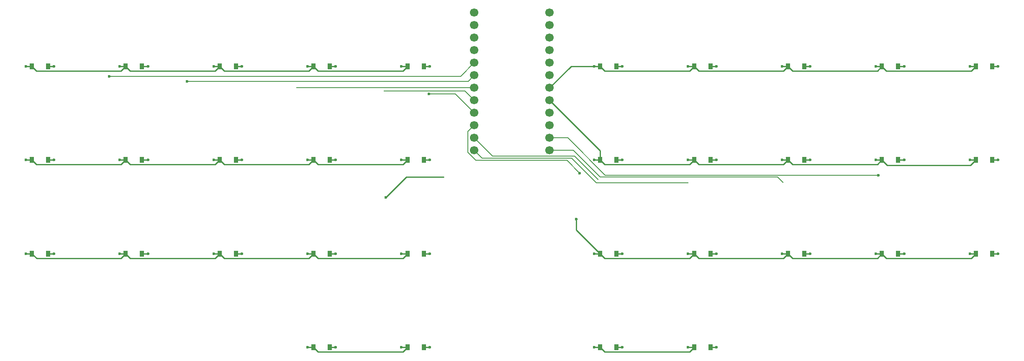
<source format=gbr>
%TF.GenerationSoftware,KiCad,Pcbnew,9.0.1*%
%TF.CreationDate,2025-05-04T05:17:46+08:00*%
%TF.ProjectId,board,626f6172-642e-46b6-9963-61645f706362,v1.0.0*%
%TF.SameCoordinates,Original*%
%TF.FileFunction,Copper,L1,Top*%
%TF.FilePolarity,Positive*%
%FSLAX46Y46*%
G04 Gerber Fmt 4.6, Leading zero omitted, Abs format (unit mm)*
G04 Created by KiCad (PCBNEW 9.0.1) date 2025-05-04 05:17:46*
%MOMM*%
%LPD*%
G01*
G04 APERTURE LIST*
%TA.AperFunction,ComponentPad*%
%ADD10C,1.700000*%
%TD*%
%TA.AperFunction,SMDPad,CuDef*%
%ADD11R,0.900000X1.200000*%
%TD*%
%TA.AperFunction,ViaPad*%
%ADD12C,0.300000*%
%TD*%
%TA.AperFunction,ViaPad*%
%ADD13C,0.600000*%
%TD*%
%TA.AperFunction,Conductor*%
%ADD14C,0.250000*%
%TD*%
%TA.AperFunction,Conductor*%
%ADD15C,0.200000*%
%TD*%
G04 APERTURE END LIST*
D10*
%TO.P,MCU1,24*%
%TO.N,P1*%
X187880000Y-112460000D03*
%TO.P,MCU1,23*%
%TO.N,P0*%
X187880000Y-115000000D03*
%TO.P,MCU1,22*%
%TO.N,GND*%
X187880000Y-117540000D03*
%TO.P,MCU1,21*%
X187880000Y-120080000D03*
%TO.P,MCU1,20*%
%TO.N,P2*%
X187880000Y-122620000D03*
%TO.P,MCU1,19*%
%TO.N,P3*%
X187880000Y-125160000D03*
%TO.P,MCU1,18*%
%TO.N,P4*%
X187880000Y-127700000D03*
%TO.P,MCU1,17*%
%TO.N,P5*%
X187880000Y-130240000D03*
%TO.P,MCU1,16*%
%TO.N,P6*%
X187880000Y-132780000D03*
%TO.P,MCU1,15*%
%TO.N,P7*%
X187880000Y-135320000D03*
%TO.P,MCU1,14*%
%TO.N,P8*%
X187880000Y-137860000D03*
%TO.P,MCU1,13*%
%TO.N,P9*%
X187880000Y-140400000D03*
%TO.P,MCU1,12*%
%TO.N,P10*%
X203120000Y-140400000D03*
%TO.P,MCU1,11*%
%TO.N,P16*%
X203120000Y-137860000D03*
%TO.P,MCU1,10*%
%TO.N,P14*%
X203120000Y-135320000D03*
%TO.P,MCU1,9*%
%TO.N,P15*%
X203120000Y-132780000D03*
%TO.P,MCU1,8*%
%TO.N,P18*%
X203120000Y-130240000D03*
%TO.P,MCU1,7*%
%TO.N,P19*%
X203120000Y-127700000D03*
%TO.P,MCU1,6*%
%TO.N,P20*%
X203120000Y-125160000D03*
%TO.P,MCU1,5*%
%TO.N,P21*%
X203120000Y-122620000D03*
%TO.P,MCU1,4*%
%TO.N,VCC*%
X203120000Y-120080000D03*
%TO.P,MCU1,3*%
%TO.N,RST*%
X203120000Y-117540000D03*
%TO.P,MCU1,2*%
%TO.N,GND*%
X203120000Y-115000000D03*
%TO.P,MCU1,1*%
%TO.N,RAW*%
X203120000Y-112460000D03*
%TD*%
D11*
%TO.P,D23,1*%
%TO.N,P15*%
X232350000Y-161320000D03*
%TO.P,D23,2*%
%TO.N,rightindex_bottom*%
X235650000Y-161320000D03*
%TD*%
%TO.P,D13,1*%
%TO.N,P19*%
X155350000Y-123320000D03*
%TO.P,D13,2*%
%TO.N,leftindex_top*%
X158650000Y-123320000D03*
%TD*%
%TO.P,D10,1*%
%TO.N,P14*%
X155350000Y-180320000D03*
%TO.P,D10,2*%
%TO.N,leftindex_thumb*%
X158650000Y-180320000D03*
%TD*%
%TO.P,D31,1*%
%TO.N,P19*%
X270350000Y-123320000D03*
%TO.P,D31,2*%
%TO.N,rightring_top*%
X273650000Y-123320000D03*
%TD*%
%TO.P,D33,1*%
%TO.N,P18*%
X289350000Y-142320000D03*
%TO.P,D33,2*%
%TO.N,rightpinky_home*%
X292650000Y-142320000D03*
%TD*%
%TO.P,D29,1*%
%TO.N,P15*%
X270350000Y-161320000D03*
%TO.P,D29,2*%
%TO.N,rightring_bottom*%
X273650000Y-161320000D03*
%TD*%
%TO.P,D9,1*%
%TO.N,P19*%
X136350000Y-123320000D03*
%TO.P,D9,2*%
%TO.N,leftmiddle_top*%
X139650000Y-123320000D03*
%TD*%
%TO.P,D1,1*%
%TO.N,P15*%
X98350000Y-161320000D03*
%TO.P,D1,2*%
%TO.N,leftpinky_bottom*%
X101650000Y-161320000D03*
%TD*%
%TO.P,D32,1*%
%TO.N,P15*%
X289350000Y-161320000D03*
%TO.P,D32,2*%
%TO.N,rightpinky_bottom*%
X292650000Y-161320000D03*
%TD*%
%TO.P,D17,1*%
%TO.N,P19*%
X174350000Y-123320000D03*
%TO.P,D17,2*%
%TO.N,leftinner_top*%
X177650000Y-123320000D03*
%TD*%
%TO.P,D6,1*%
%TO.N,P19*%
X117350000Y-123320000D03*
%TO.P,D6,2*%
%TO.N,leftring_top*%
X120650000Y-123320000D03*
%TD*%
%TO.P,D18,1*%
%TO.N,P14*%
X213350000Y-180320000D03*
%TO.P,D18,2*%
%TO.N,rightinner_thumb*%
X216650000Y-180320000D03*
%TD*%
%TO.P,D20,1*%
%TO.N,P18*%
X213350000Y-142320000D03*
%TO.P,D20,2*%
%TO.N,rightinner_home*%
X216650000Y-142320000D03*
%TD*%
%TO.P,D2,1*%
%TO.N,P18*%
X98350000Y-142320000D03*
%TO.P,D2,2*%
%TO.N,leftpinky_home*%
X101650000Y-142320000D03*
%TD*%
%TO.P,D4,1*%
%TO.N,P15*%
X117350000Y-161320000D03*
%TO.P,D4,2*%
%TO.N,leftring_bottom*%
X120650000Y-161320000D03*
%TD*%
%TO.P,D25,1*%
%TO.N,P19*%
X232350000Y-123320000D03*
%TO.P,D25,2*%
%TO.N,rightindex_top*%
X235650000Y-123320000D03*
%TD*%
%TO.P,D21,1*%
%TO.N,P19*%
X213350000Y-123320000D03*
%TO.P,D21,2*%
%TO.N,rightinner_top*%
X216650000Y-123320000D03*
%TD*%
%TO.P,D8,1*%
%TO.N,P18*%
X136350000Y-142320000D03*
%TO.P,D8,2*%
%TO.N,leftmiddle_home*%
X139650000Y-142320000D03*
%TD*%
%TO.P,D19,1*%
%TO.N,P15*%
X213350000Y-161320000D03*
%TO.P,D19,2*%
%TO.N,rightinner_bottom*%
X216650000Y-161320000D03*
%TD*%
%TO.P,D5,1*%
%TO.N,P18*%
X117350000Y-142320000D03*
%TO.P,D5,2*%
%TO.N,leftring_home*%
X120650000Y-142320000D03*
%TD*%
%TO.P,D3,1*%
%TO.N,P19*%
X98350000Y-123320000D03*
%TO.P,D3,2*%
%TO.N,leftpinky_top*%
X101650000Y-123320000D03*
%TD*%
%TO.P,D16,1*%
%TO.N,P18*%
X174350000Y-142320000D03*
%TO.P,D16,2*%
%TO.N,leftinner_home*%
X177650000Y-142320000D03*
%TD*%
%TO.P,D7,1*%
%TO.N,P15*%
X136350000Y-161320000D03*
%TO.P,D7,2*%
%TO.N,leftmiddle_bottom*%
X139650000Y-161320000D03*
%TD*%
%TO.P,D15,1*%
%TO.N,P15*%
X174350000Y-161320000D03*
%TO.P,D15,2*%
%TO.N,leftinner_bottom*%
X177650000Y-161320000D03*
%TD*%
%TO.P,D22,1*%
%TO.N,P14*%
X232350000Y-180320000D03*
%TO.P,D22,2*%
%TO.N,rightindex_thumb*%
X235650000Y-180320000D03*
%TD*%
%TO.P,D34,1*%
%TO.N,P19*%
X289350000Y-123320000D03*
%TO.P,D34,2*%
%TO.N,rightpinky_top*%
X292650000Y-123320000D03*
%TD*%
%TO.P,D11,1*%
%TO.N,P15*%
X155350000Y-161320000D03*
%TO.P,D11,2*%
%TO.N,leftindex_bottom*%
X158650000Y-161320000D03*
%TD*%
%TO.P,D14,1*%
%TO.N,P14*%
X174350000Y-180320000D03*
%TO.P,D14,2*%
%TO.N,leftinner_thumb*%
X177650000Y-180320000D03*
%TD*%
%TO.P,D24,1*%
%TO.N,P18*%
X232350000Y-142320000D03*
%TO.P,D24,2*%
%TO.N,rightindex_home*%
X235650000Y-142320000D03*
%TD*%
%TO.P,D26,1*%
%TO.N,P15*%
X251350000Y-161320000D03*
%TO.P,D26,2*%
%TO.N,rightmiddle_bottom*%
X254650000Y-161320000D03*
%TD*%
%TO.P,D28,1*%
%TO.N,P19*%
X251350000Y-123320000D03*
%TO.P,D28,2*%
%TO.N,rightmiddle_top*%
X254650000Y-123320000D03*
%TD*%
%TO.P,D30,1*%
%TO.N,P18*%
X270350000Y-142320000D03*
%TO.P,D30,2*%
%TO.N,rightring_home*%
X273650000Y-142320000D03*
%TD*%
%TO.P,D12,1*%
%TO.N,P18*%
X155350000Y-142320000D03*
%TO.P,D12,2*%
%TO.N,leftindex_home*%
X158650000Y-142320000D03*
%TD*%
%TO.P,D27,1*%
%TO.N,P18*%
X251350000Y-142320000D03*
%TO.P,D27,2*%
%TO.N,rightmiddle_home*%
X254650000Y-142320000D03*
%TD*%
D12*
%TO.N,P4*%
X151910000Y-127700000D03*
D13*
%TO.N,P2*%
X114000000Y-125400000D03*
%TO.N,leftpinky_bottom*%
X102850000Y-161320000D03*
%TO.N,leftpinky_home*%
X102850000Y-142320000D03*
%TO.N,leftpinky_top*%
X102850000Y-123320000D03*
%TO.N,P3*%
X129800000Y-126400000D03*
%TO.N,leftring_bottom*%
X121850000Y-161320000D03*
%TO.N,leftring_home*%
X121850000Y-142320000D03*
%TO.N,leftring_top*%
X121850000Y-123320000D03*
%TO.N,leftmiddle_bottom*%
X140850000Y-161320000D03*
%TO.N,leftmiddle_home*%
X140850000Y-142320000D03*
%TO.N,leftmiddle_top*%
X140850000Y-123320000D03*
D12*
%TO.N,P5*%
X169600000Y-128300000D03*
D13*
%TO.N,leftindex_thumb*%
X159850000Y-180320000D03*
%TO.N,leftindex_bottom*%
X159850000Y-161320000D03*
%TO.N,leftindex_home*%
X159850000Y-142320000D03*
%TO.N,leftindex_top*%
X159850000Y-123320000D03*
%TO.N,P6*%
X178700000Y-128900000D03*
%TO.N,leftinner_thumb*%
X178850000Y-180320000D03*
%TO.N,leftinner_bottom*%
X178850000Y-161320000D03*
%TO.N,leftinner_home*%
X178850000Y-142320000D03*
%TO.N,leftinner_top*%
X178850000Y-123320000D03*
%TO.N,P7*%
X209200000Y-145000000D03*
%TO.N,rightinner_thumb*%
X217850000Y-180320000D03*
%TO.N,rightinner_bottom*%
X217850000Y-161320000D03*
%TO.N,rightinner_home*%
X217850000Y-142320000D03*
%TO.N,rightinner_top*%
X217850000Y-123320000D03*
D12*
%TO.N,P8*%
X212900000Y-146300000D03*
D13*
%TO.N,rightindex_thumb*%
X236850000Y-180320000D03*
%TO.N,rightindex_bottom*%
X236850000Y-161320000D03*
%TO.N,rightindex_home*%
X236850000Y-142320000D03*
%TO.N,rightindex_top*%
X236850000Y-123320000D03*
D12*
%TO.N,P9*%
X231100000Y-147000000D03*
D13*
%TO.N,rightmiddle_bottom*%
X255850000Y-161320000D03*
%TO.N,rightmiddle_home*%
X255850000Y-142320000D03*
%TO.N,rightmiddle_top*%
X255850000Y-123320000D03*
D12*
%TO.N,P10*%
X250300000Y-146900000D03*
D13*
%TO.N,rightring_bottom*%
X274850000Y-161320000D03*
%TO.N,rightring_home*%
X274850000Y-142320000D03*
%TO.N,rightring_top*%
X274850000Y-123320000D03*
%TO.N,P16*%
X269600000Y-145400000D03*
%TO.N,rightpinky_bottom*%
X293850000Y-161320000D03*
%TO.N,rightpinky_home*%
X293850000Y-142320000D03*
%TO.N,rightpinky_top*%
X293850000Y-123320000D03*
%TO.N,P15*%
X154150000Y-161320000D03*
X173150000Y-161320000D03*
X250150000Y-161320000D03*
X116150000Y-161320000D03*
X208525000Y-154300000D03*
X269150000Y-161320000D03*
X288150000Y-161320000D03*
X212150000Y-161320000D03*
X231150000Y-161320000D03*
X97150000Y-161320000D03*
X135150000Y-161320000D03*
%TO.N,P18*%
X269150000Y-142320000D03*
X250150000Y-142320000D03*
X135150000Y-142320000D03*
X173150000Y-142320000D03*
X288150000Y-142320000D03*
X231150000Y-142320000D03*
X154150000Y-142320000D03*
X212150000Y-142320000D03*
X116150000Y-142320000D03*
X97150000Y-142320000D03*
%TO.N,P19*%
X250150000Y-123320000D03*
X231150000Y-123320000D03*
X288150000Y-123320000D03*
X97150000Y-123320000D03*
X212150000Y-123320000D03*
X135150000Y-123320000D03*
X269150000Y-123320000D03*
X116150000Y-123320000D03*
X173150000Y-123320000D03*
X154150000Y-123320000D03*
%TO.N,P14*%
X173150000Y-180320000D03*
X212150000Y-180320000D03*
X231150000Y-180320000D03*
X154150000Y-180320000D03*
D12*
X181700000Y-145796143D03*
D13*
X170000000Y-149900000D03*
%TD*%
D14*
%TO.N,P18*%
X213350000Y-142320000D02*
X213350000Y-140470000D01*
X213350000Y-140470000D02*
X203120000Y-130240000D01*
%TO.N,P19*%
X203120000Y-127700000D02*
X207500000Y-123320000D01*
X207500000Y-123320000D02*
X213350000Y-123320000D01*
D15*
%TO.N,P2*%
X187880000Y-122620000D02*
X185100000Y-125400000D01*
X185100000Y-125400000D02*
X114000000Y-125400000D01*
%TO.N,P3*%
X187880000Y-125160000D02*
X186640000Y-126400000D01*
X186640000Y-126400000D02*
X129800000Y-126400000D01*
%TO.N,P4*%
X152060000Y-127700000D02*
X151910000Y-127700000D01*
X152060000Y-127700000D02*
X187880000Y-127700000D01*
%TO.N,P5*%
X169600000Y-128300000D02*
X185940000Y-128300000D01*
X185940000Y-128300000D02*
X187880000Y-130240000D01*
%TO.N,P6*%
X178700000Y-128900000D02*
X184000000Y-128900000D01*
X184000000Y-128900000D02*
X187880000Y-132780000D01*
%TO.N,P8*%
X187880000Y-137860000D02*
X191590000Y-141570000D01*
X191590000Y-141570000D02*
X208170000Y-141570000D01*
X208170000Y-141570000D02*
X212900000Y-146300000D01*
%TO.N,P9*%
X187880000Y-140400000D02*
X189480000Y-142000000D01*
X189480000Y-142000000D02*
X207600000Y-142000000D01*
X207600000Y-142000000D02*
X212600000Y-147000000D01*
X212600000Y-147000000D02*
X231100000Y-147000000D01*
%TO.N,P7*%
X187880000Y-135320000D02*
X186610000Y-136590000D01*
X186610000Y-136590000D02*
X186610000Y-140790000D01*
%TO.N,P10*%
X203120000Y-140400000D02*
X207900000Y-140400000D01*
X213300000Y-145800000D02*
X249200000Y-145800000D01*
X207900000Y-140400000D02*
X213300000Y-145800000D01*
X249200000Y-145800000D02*
X250300000Y-146900000D01*
%TO.N,P16*%
X269600000Y-145400000D02*
X214380057Y-145400000D01*
X214380057Y-145400000D02*
X206840057Y-137860000D01*
X206840057Y-137860000D02*
X203120000Y-137860000D01*
X203590000Y-137970000D02*
X203120000Y-137500000D01*
%TO.N,P10*%
X203690000Y-140610000D02*
X203120000Y-140040000D01*
%TO.N,P7*%
X209200000Y-145000000D02*
X206601000Y-142401000D01*
X206601000Y-142401000D02*
X188221000Y-142401000D01*
X188221000Y-142401000D02*
X186610000Y-140790000D01*
%TO.N,P3*%
X187880000Y-124880000D02*
X187880000Y-124800000D01*
%TO.N,P4*%
X187420000Y-127800000D02*
X187880000Y-127340000D01*
D14*
%TO.N,leftpinky_bottom*%
X101650000Y-161320000D02*
X102850000Y-161320000D01*
%TO.N,leftpinky_home*%
X101650000Y-142320000D02*
X102850000Y-142320000D01*
%TO.N,leftpinky_top*%
X101650000Y-123320000D02*
X102850000Y-123320000D01*
%TO.N,leftring_bottom*%
X120650000Y-161320000D02*
X121850000Y-161320000D01*
%TO.N,leftring_home*%
X120650000Y-142320000D02*
X121850000Y-142320000D01*
%TO.N,leftring_top*%
X120650000Y-123320000D02*
X121850000Y-123320000D01*
%TO.N,leftmiddle_bottom*%
X139650000Y-161320000D02*
X140850000Y-161320000D01*
%TO.N,leftmiddle_home*%
X139650000Y-142320000D02*
X140850000Y-142320000D01*
%TO.N,leftmiddle_top*%
X139650000Y-123320000D02*
X140850000Y-123320000D01*
%TO.N,leftindex_thumb*%
X158650000Y-180320000D02*
X159850000Y-180320000D01*
%TO.N,leftindex_bottom*%
X158650000Y-161320000D02*
X159850000Y-161320000D01*
%TO.N,leftindex_home*%
X158650000Y-142320000D02*
X159850000Y-142320000D01*
%TO.N,leftindex_top*%
X158650000Y-123320000D02*
X159850000Y-123320000D01*
%TO.N,leftinner_thumb*%
X177650000Y-180320000D02*
X178850000Y-180320000D01*
%TO.N,leftinner_bottom*%
X177650000Y-161320000D02*
X178850000Y-161320000D01*
%TO.N,leftinner_home*%
X177650000Y-142320000D02*
X178850000Y-142320000D01*
%TO.N,leftinner_top*%
X177650000Y-123320000D02*
X178850000Y-123320000D01*
%TO.N,rightinner_thumb*%
X216650000Y-180320000D02*
X217850000Y-180320000D01*
%TO.N,rightinner_bottom*%
X216650000Y-161320000D02*
X217850000Y-161320000D01*
%TO.N,rightinner_home*%
X216650000Y-142320000D02*
X217850000Y-142320000D01*
%TO.N,rightinner_top*%
X216650000Y-123320000D02*
X217850000Y-123320000D01*
%TO.N,rightindex_thumb*%
X235650000Y-180320000D02*
X236850000Y-180320000D01*
%TO.N,rightindex_bottom*%
X235650000Y-161320000D02*
X236850000Y-161320000D01*
%TO.N,rightindex_home*%
X235650000Y-142320000D02*
X236850000Y-142320000D01*
%TO.N,rightindex_top*%
X235650000Y-123320000D02*
X236850000Y-123320000D01*
%TO.N,rightmiddle_bottom*%
X254650000Y-161320000D02*
X255850000Y-161320000D01*
%TO.N,rightmiddle_home*%
X254650000Y-142320000D02*
X255850000Y-142320000D01*
%TO.N,rightmiddle_top*%
X254650000Y-123320000D02*
X255850000Y-123320000D01*
%TO.N,rightring_bottom*%
X273650000Y-161320000D02*
X274850000Y-161320000D01*
%TO.N,rightring_home*%
X273650000Y-142320000D02*
X274850000Y-142320000D01*
%TO.N,rightring_top*%
X273650000Y-123320000D02*
X274850000Y-123320000D01*
%TO.N,rightpinky_bottom*%
X292650000Y-161320000D02*
X293850000Y-161320000D01*
%TO.N,rightpinky_home*%
X292650000Y-142320000D02*
X293850000Y-142320000D01*
%TO.N,rightpinky_top*%
X292650000Y-123320000D02*
X293850000Y-123320000D01*
%TO.N,P15*%
X156276000Y-162246000D02*
X173424000Y-162246000D01*
X271276000Y-162246000D02*
X288424000Y-162246000D01*
X251350000Y-161320000D02*
X252276000Y-162246000D01*
X232350000Y-161320000D02*
X233276000Y-162246000D01*
X117350000Y-161320000D02*
X116150000Y-161320000D01*
X99330000Y-162300000D02*
X116370000Y-162300000D01*
X136350000Y-161320000D02*
X135150000Y-161320000D01*
X208525000Y-154300000D02*
X208674000Y-154300000D01*
X270350000Y-161320000D02*
X271276000Y-162246000D01*
X137276000Y-162246000D02*
X154424000Y-162246000D01*
X250424000Y-162246000D02*
X251350000Y-161320000D01*
X231424000Y-162246000D02*
X232350000Y-161320000D01*
X269424000Y-162246000D02*
X270350000Y-161320000D01*
X208525000Y-154300000D02*
X208525000Y-156495000D01*
X232350000Y-161320000D02*
X231150000Y-161320000D01*
X117350000Y-161320000D02*
X118276000Y-162246000D01*
X213350000Y-161320000D02*
X212150000Y-161320000D01*
X98350000Y-161320000D02*
X99330000Y-162300000D01*
X213350000Y-161320000D02*
X214276000Y-162246000D01*
X135424000Y-162246000D02*
X136350000Y-161320000D01*
X233276000Y-162246000D02*
X250424000Y-162246000D01*
X173424000Y-162246000D02*
X174350000Y-161320000D01*
X155350000Y-161320000D02*
X154150000Y-161320000D01*
X116370000Y-162300000D02*
X117350000Y-161320000D01*
X289350000Y-161320000D02*
X288150000Y-161320000D01*
X288424000Y-162246000D02*
X289350000Y-161320000D01*
X214276000Y-162246000D02*
X231424000Y-162246000D01*
X118276000Y-162246000D02*
X135424000Y-162246000D01*
X251350000Y-161320000D02*
X250150000Y-161320000D01*
X155350000Y-161320000D02*
X156276000Y-162246000D01*
X252276000Y-162246000D02*
X269424000Y-162246000D01*
X208525000Y-156495000D02*
X213350000Y-161320000D01*
X136350000Y-161320000D02*
X137276000Y-162246000D01*
X270350000Y-161320000D02*
X269150000Y-161320000D01*
X174350000Y-161320000D02*
X173150000Y-161320000D01*
X154424000Y-162246000D02*
X155350000Y-161320000D01*
X98350000Y-161320000D02*
X97150000Y-161320000D01*
%TO.N,P18*%
X288270000Y-143400000D02*
X289350000Y-142320000D01*
X270350000Y-142320000D02*
X271430000Y-143400000D01*
X136350000Y-142320000D02*
X135150000Y-142320000D01*
X269424000Y-143246000D02*
X270350000Y-142320000D01*
X252276000Y-143246000D02*
X269424000Y-143246000D01*
X156276000Y-143246000D02*
X173424000Y-143246000D01*
X231424000Y-143246000D02*
X232350000Y-142320000D01*
X117350000Y-142320000D02*
X116150000Y-142320000D01*
X135424000Y-143246000D02*
X136350000Y-142320000D01*
X99276000Y-143246000D02*
X116424000Y-143246000D01*
X173424000Y-143246000D02*
X174350000Y-142320000D01*
X251350000Y-142320000D02*
X250150000Y-142320000D01*
X251350000Y-142320000D02*
X252276000Y-143246000D01*
X98350000Y-142320000D02*
X99276000Y-143246000D01*
X250424000Y-143246000D02*
X251350000Y-142320000D01*
X271430000Y-143400000D02*
X288270000Y-143400000D01*
X98350000Y-142320000D02*
X97150000Y-142320000D01*
X213350000Y-142320000D02*
X212150000Y-142320000D01*
X232350000Y-142320000D02*
X233276000Y-143246000D01*
X118276000Y-143246000D02*
X135424000Y-143246000D01*
X117350000Y-142320000D02*
X118276000Y-143246000D01*
X155350000Y-142320000D02*
X156276000Y-143246000D01*
X289350000Y-142320000D02*
X288150000Y-142320000D01*
X214276000Y-143246000D02*
X231424000Y-143246000D01*
X174350000Y-142320000D02*
X173150000Y-142320000D01*
X155350000Y-142320000D02*
X154150000Y-142320000D01*
X213350000Y-142320000D02*
X214276000Y-143246000D01*
X233276000Y-143246000D02*
X250424000Y-143246000D01*
X270350000Y-142320000D02*
X269150000Y-142320000D01*
X136350000Y-142320000D02*
X137276000Y-143246000D01*
X154424000Y-143246000D02*
X155350000Y-142320000D01*
X232350000Y-142320000D02*
X231150000Y-142320000D01*
X137276000Y-143246000D02*
X154424000Y-143246000D01*
X116424000Y-143246000D02*
X117350000Y-142320000D01*
%TO.N,P19*%
X154424000Y-124246000D02*
X155350000Y-123320000D01*
X117350000Y-123320000D02*
X118276000Y-124246000D01*
X155350000Y-123320000D02*
X156276000Y-124246000D01*
X270350000Y-123320000D02*
X269150000Y-123320000D01*
X288424000Y-124246000D02*
X289350000Y-123320000D01*
X98350000Y-123320000D02*
X97150000Y-123320000D01*
X289350000Y-123320000D02*
X288150000Y-123320000D01*
X118276000Y-124246000D02*
X135424000Y-124246000D01*
X232350000Y-123320000D02*
X231150000Y-123320000D01*
X135424000Y-124246000D02*
X136350000Y-123320000D01*
X99276000Y-124246000D02*
X116424000Y-124246000D01*
X269424000Y-124246000D02*
X270350000Y-123320000D01*
X251350000Y-123320000D02*
X250150000Y-123320000D01*
X98350000Y-123320000D02*
X99276000Y-124246000D01*
X213350000Y-123320000D02*
X214276000Y-124246000D01*
X252276000Y-124246000D02*
X269424000Y-124246000D01*
X232350000Y-123320000D02*
X233276000Y-124246000D01*
X233276000Y-124246000D02*
X250424000Y-124246000D01*
X155350000Y-123320000D02*
X154150000Y-123320000D01*
X136350000Y-123320000D02*
X135150000Y-123320000D01*
X213350000Y-123320000D02*
X212150000Y-123320000D01*
X270350000Y-123320000D02*
X271276000Y-124246000D01*
X251350000Y-123320000D02*
X252276000Y-124246000D01*
X116424000Y-124246000D02*
X117350000Y-123320000D01*
X214276000Y-124246000D02*
X231424000Y-124246000D01*
X136350000Y-123320000D02*
X137276000Y-124246000D01*
X271276000Y-124246000D02*
X288424000Y-124246000D01*
X231424000Y-124246000D02*
X232350000Y-123320000D01*
X173424000Y-124246000D02*
X174350000Y-123320000D01*
X174350000Y-123320000D02*
X173150000Y-123320000D01*
X137276000Y-124246000D02*
X154424000Y-124246000D01*
X156276000Y-124246000D02*
X173424000Y-124246000D01*
X250424000Y-124246000D02*
X251350000Y-123320000D01*
X117350000Y-123320000D02*
X116150000Y-123320000D01*
%TO.N,P14*%
X232350000Y-180320000D02*
X231150000Y-180320000D01*
X213350000Y-180320000D02*
X212150000Y-180320000D01*
X181700000Y-145796143D02*
X181696143Y-145800000D01*
X156276000Y-181246000D02*
X173424000Y-181246000D01*
X174100000Y-145800000D02*
X170000000Y-149900000D01*
X155350000Y-180320000D02*
X156276000Y-181246000D01*
X213350000Y-180320000D02*
X214276000Y-181246000D01*
X181696143Y-145800000D02*
X174100000Y-145800000D01*
X155350000Y-180320000D02*
X154150000Y-180320000D01*
X174350000Y-180320000D02*
X173150000Y-180320000D01*
X214276000Y-181246000D02*
X231424000Y-181246000D01*
X173424000Y-181246000D02*
X174350000Y-180320000D01*
X231424000Y-181246000D02*
X232350000Y-180320000D01*
%TD*%
M02*

</source>
